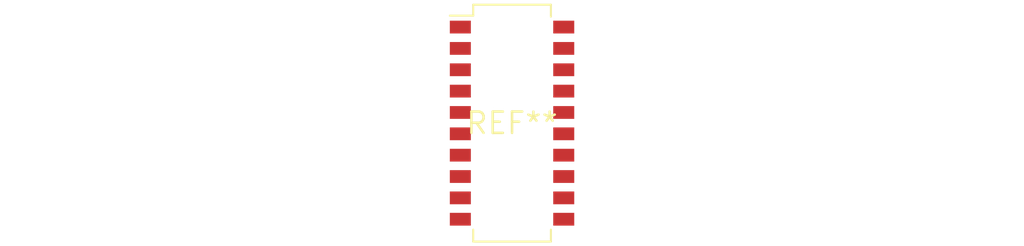
<source format=kicad_pcb>
(kicad_pcb (version 20240108) (generator pcbnew)
  (layers (0 "F.Cu" signal) (31 "B.Cu" signal) (34 "B.Paste" user) (35 "F.Paste" user) (36 "B.SilkS" user "B.Silkscreen") (37 "F.SilkS" user "F.Silkscreen") (38 "B.Mask" user) (39 "F.Mask" user) (44 "Edge.Cuts" user))
  (net 0 "")
  (footprint "SW_DIP_SPSTx10_Slide_Omron_A6H-10101_W6.15mm_P1.27mm" (layer "F.Cu") (at 0 0)
    (property "Reference" "REF**")
    (property "Value" "SW_DIP_SPSTx10_Slide_Omron_A6H-10101_W6.15mm_P1.27mm")
    (fp_line (start -3.7 -6.395) (end -2.309 -6.395) (layer "F.SilkS") (stroke (width 0.12)))
    (fp_line (start -2.309 -7.045) (end -2.309 -6.395) (layer "F.SilkS") (stroke (width 0.12)))
    (fp_line (start -2.309 -7.045) (end 2.31 -7.045) (layer "F.SilkS") (stroke (width 0.12)))
    (fp_line (start -2.309 6.335) (end -2.309 7.045) (layer "F.SilkS") (stroke (width 0.12)))
    (fp_line (start -2.309 7.045) (end 2.31 7.045) (layer "F.SilkS") (stroke (width 0.12)))
    (fp_line (start 2.31 -7.045) (end 2.31 -6.335) (layer "F.SilkS") (stroke (width 0.12)))
    (fp_line (start 2.31 6.335) (end 2.31 7.045) (layer "F.SilkS") (stroke (width 0.12)))
    (pad "1" smd rect (at -3.075 -5.715) (size 1.25 0.76) (layers "F.Cu" "F.Paste" "F.Mask"))
    (pad "2" smd rect (at -3.075 -4.445) (size 1.25 0.76) (layers "F.Cu" "F.Paste" "F.Mask"))
    (pad "3" smd rect (at -3.075 -3.175) (size 1.25 0.76) (layers "F.Cu" "F.Paste" "F.Mask"))
    (pad "4" smd rect (at -3.075 -1.905) (size 1.25 0.76) (layers "F.Cu" "F.Paste" "F.Mask"))
    (pad "5" smd rect (at -3.075 -0.635) (size 1.25 0.76) (layers "F.Cu" "F.Paste" "F.Mask"))
    (pad "6" smd rect (at -3.075 0.635) (size 1.25 0.76) (layers "F.Cu" "F.Paste" "F.Mask"))
    (pad "7" smd rect (at -3.075 1.905) (size 1.25 0.76) (layers "F.Cu" "F.Paste" "F.Mask"))
    (pad "8" smd rect (at -3.075 3.175) (size 1.25 0.76) (layers "F.Cu" "F.Paste" "F.Mask"))
    (pad "9" smd rect (at -3.075 4.445) (size 1.25 0.76) (layers "F.Cu" "F.Paste" "F.Mask"))
    (pad "10" smd rect (at -3.075 5.715) (size 1.25 0.76) (layers "F.Cu" "F.Paste" "F.Mask"))
    (pad "11" smd rect (at 3.075 5.715) (size 1.25 0.76) (layers "F.Cu" "F.Paste" "F.Mask"))
    (pad "12" smd rect (at 3.075 4.445) (size 1.25 0.76) (layers "F.Cu" "F.Paste" "F.Mask"))
    (pad "13" smd rect (at 3.075 3.175) (size 1.25 0.76) (layers "F.Cu" "F.Paste" "F.Mask"))
    (pad "14" smd rect (at 3.075 1.905) (size 1.25 0.76) (layers "F.Cu" "F.Paste" "F.Mask"))
    (pad "15" smd rect (at 3.075 0.635) (size 1.25 0.76) (layers "F.Cu" "F.Paste" "F.Mask"))
    (pad "16" smd rect (at 3.075 -0.635) (size 1.25 0.76) (layers "F.Cu" "F.Paste" "F.Mask"))
    (pad "17" smd rect (at 3.075 -1.905) (size 1.25 0.76) (layers "F.Cu" "F.Paste" "F.Mask"))
    (pad "18" smd rect (at 3.075 -3.175) (size 1.25 0.76) (layers "F.Cu" "F.Paste" "F.Mask"))
    (pad "19" smd rect (at 3.075 -4.445) (size 1.25 0.76) (layers "F.Cu" "F.Paste" "F.Mask"))
    (pad "20" smd rect (at 3.075 -5.715) (size 1.25 0.76) (layers "F.Cu" "F.Paste" "F.Mask"))
  )
)
</source>
